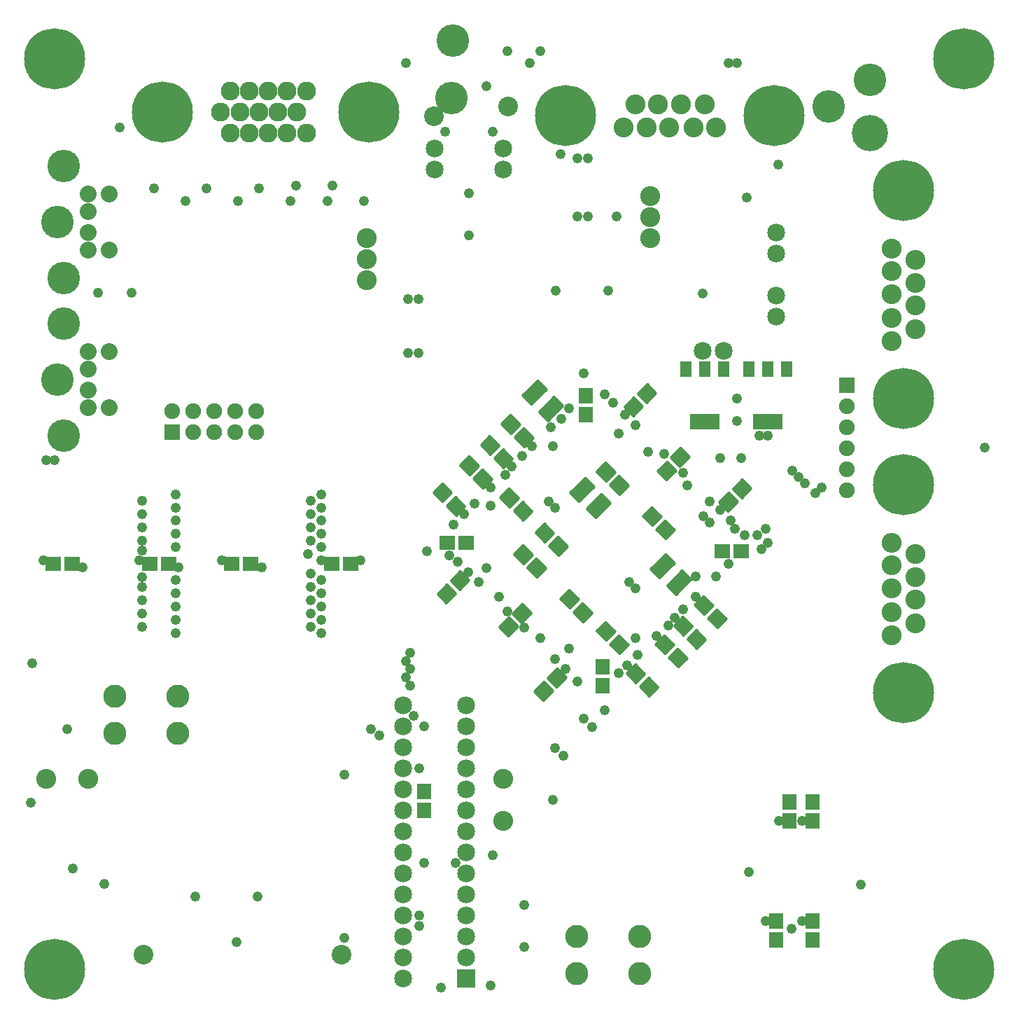
<source format=gbs>
G04*
G04  File:            MINIMI11.BMK, Mon Aug 27 20:50:39 2007*
G04  Source:          ACCEL P-CAD PCB, Version 14.00.46, (Minimi11.PCB)*
G04  Format:          Gerber Format (RS-274-D), ASCII*
G04*
G04  Format Options:  Absolute Positioning*
G04                   Leading-Zero Suppression*
G04                   Scale Factor 1:1*
G04                   NO Circular Interpolation*
G04                   Inch Units*
G04                   Numeric Format: 4.4 (XXXX.XXXX)*
G04                   G54 Used for Aperture Change*
G04                   Apertures Embedded*
G04*
G04  File Options:    Offset = (0.0mil,0.0mil)*
G04                   Drill Symbol Size = 79.9mil*
G04                   No Pad/Via Holes*
G04*
G04  File Contents:   Pads*
G04                   Vias*
G04                   No Designators*
G04                   No Types*
G04                   No Values*
G04                   No Drill Symbols*
G04                   Bot Mask*
G04*
G04  Aperture MACROs for general use --- invoked via D-code assignment *
G04*
G04  General MACRO for flashed round with rotation and/or offset hole *
%AMROTOFFROUND*
1,1,$1,0.0000,0.0000*
1,0,$2,$3,$4*%
G04*
G04  General MACRO for flashed oval (obround) with rotation and/or offset hole *
%AMROTOFFOVAL*
21,1,$1,$2,0.0000,0.0000,$3*
1,1,$4,$5,$6*
1,1,$4,0-$5,0-$6*
1,0,$7,$8,$9*%
G04*
G04  General MACRO for flashed oval (obround) with rotation and no hole *
%AMROTOVALNOHOLE*
21,1,$1,$2,0.0000,0.0000,$3*
1,1,$4,$5,$6*
1,1,$4,0-$5,0-$6*%
G04*
G04  General MACRO for flashed rectangle with rotation and/or offset hole *
%AMROTOFFRECT*
21,1,$1,$2,0.0000,0.0000,$3*
1,0,$4,$5,$6*%
G04*
G04  General MACRO for flashed rectangle with rotation and no hole *
%AMROTRECTNOHOLE*
21,1,$1,$2,0.0000,0.0000,$3*%
G04*
G04  General MACRO for flashed rounded-rectangle *
%AMROUNDRECT*
21,1,$1,$2-$4,0.0000,0.0000,$3*
21,1,$1-$4,$2,0.0000,0.0000,$3*
1,1,$4,$5,$6*
1,1,$4,$7,$8*
1,1,$4,0-$5,0-$6*
1,1,$4,0-$7,0-$8*
1,0,$9,$10,$11*%
G04*
G04  General MACRO for flashed rounded-rectangle with rotation and no hole *
%AMROUNDRECTNOHOLE*
21,1,$1,$2-$4,0.0000,0.0000,$3*
21,1,$1-$4,$2,0.0000,0.0000,$3*
1,1,$4,$5,$6*
1,1,$4,$7,$8*
1,1,$4,0-$5,0-$6*
1,1,$4,0-$7,0-$8*%
G04*
G04  General MACRO for flashed regular polygon *
%AMREGPOLY*
5,1,$1,0.0000,0.0000,$2,$3+$4*
1,0,$5,$6,$7*%
G04*
G04  General MACRO for flashed regular polygon with no hole *
%AMREGPOLYNOHOLE*
5,1,$1,0.0000,0.0000,$2,$3+$4*%
G04*
G04  General MACRO for target *
%AMTARGET*
6,0,0,$1,$2,$3,4,$4,$5,$6*%
G04*
G04  General MACRO for mounting hole *
%AMMTHOLE*
1,1,$1,0,0*
1,0,$2,0,0*
$1=$1-$2*
$1=$1/2*
21,1,$2+$1,$3,0,0,$4*
21,1,$3,$2+$1,0,0,$4*%
G04*
G04*
G04  D10 : "Ellipse X0.25mm Y0.25mm H0.00mm 0.0deg (0.00mm,0.00mm) Draw"*
G04  Disc: OuterDia=0.0100*
%ADD10C, 0.0100*%
G04  D11 : "Ellipse X0.03mm Y0.03mm H0.00mm 0.0deg (0.00mm,0.00mm) Draw"*
G04  Disc: OuterDia=0.0010*
%ADD11C, 0.0010*%
G04  D12 : "Ellipse X0.35mm Y0.35mm H0.00mm 0.0deg (0.00mm,0.00mm) Draw"*
G04  Disc: OuterDia=0.0138*
%ADD12C, 0.0138*%
G04  D13 : "Ellipse X0.38mm Y0.38mm H0.00mm 0.0deg (0.00mm,0.00mm) Draw"*
G04  Disc: OuterDia=0.0150*
%ADD13C, 0.0150*%
G04  D14 : "Ellipse X0.40mm Y0.40mm H0.00mm 0.0deg (0.00mm,0.00mm) Draw"*
G04  Disc: OuterDia=0.0157*
%ADD14C, 0.0157*%
G04  D15 : "Ellipse X0.50mm Y0.50mm H0.00mm 0.0deg (0.00mm,0.00mm) Draw"*
G04  Disc: OuterDia=0.0197*
%ADD15C, 0.0197*%
G04  D16 : "Ellipse X0.51mm Y0.51mm H0.00mm 0.0deg (0.00mm,0.00mm) Draw"*
G04  Disc: OuterDia=0.0200*
%ADD16C, 0.0200*%
G04  D17 : "Ellipse X0.10mm Y0.10mm H0.00mm 0.0deg (0.00mm,0.00mm) Draw"*
G04  Disc: OuterDia=0.0039*
%ADD17C, 0.0039*%
G04  D18 : "Ellipse X0.80mm Y0.80mm H0.00mm 0.0deg (0.00mm,0.00mm) Draw"*
G04  Disc: OuterDia=0.0315*
%ADD18C, 0.0315*%
G04  D19 : "Ellipse X1.00mm Y1.00mm H0.00mm 0.0deg (0.00mm,0.00mm) Draw"*
G04  Disc: OuterDia=0.0394*
%ADD19C, 0.0394*%
G04  D20 : "Ellipse X0.15mm Y0.15mm H0.00mm 0.0deg (0.00mm,0.00mm) Draw"*
G04  Disc: OuterDia=0.0059*
%ADD20C, 0.0059*%
G04  D21 : "Ellipse X0.15mm Y0.15mm H0.00mm 0.0deg (0.00mm,0.00mm) Draw"*
G04  Disc: OuterDia=0.0060*
%ADD21C, 0.0060*%
G04  D22 : "Ellipse X0.20mm Y0.20mm H0.00mm 0.0deg (0.00mm,0.00mm) Draw"*
G04  Disc: OuterDia=0.0079*
%ADD22C, 0.0079*%
G04  D23 : "Ellipse X2.00mm Y2.00mm H0.00mm 0.0deg (0.00mm,0.00mm) Draw"*
G04  Disc: OuterDia=0.0787*
%ADD23C, 0.0787*%
G04  D24 : "Ellipse X0.25mm Y0.25mm H0.00mm 0.0deg (0.00mm,0.00mm) Draw"*
G04  Disc: OuterDia=0.0098*
%ADD24C, 0.0098*%
G04  D25 : "Ellipse X2.79mm Y2.79mm H0.00mm 0.0deg (0.00mm,0.00mm) Flash"*
G04  Disc: OuterDia=0.1100*
%ADD25C, 0.1100*%
G04  D26 : "Ellipse X3.55mm Y3.55mm H0.00mm 0.0deg (0.00mm,0.00mm) Flash"*
G04  Disc: OuterDia=0.1398*
%ADD26C, 0.1398*%
G04  D27 : "Ellipse X3.93mm Y3.93mm H0.00mm 0.0deg (0.00mm,0.00mm) Flash"*
G04  Disc: OuterDia=0.1548*
%ADD27C, 0.1548*%
G04  D28 : "Ellipse X4.00mm Y4.00mm H0.00mm 0.0deg (0.00mm,0.00mm) Flash"*
G04  Disc: OuterDia=0.1575*
%ADD28C, 0.1575*%
G04  D29 : "Ellipse X4.38mm Y4.38mm H0.00mm 0.0deg (0.00mm,0.00mm) Flash"*
G04  Disc: OuterDia=0.1725*
%ADD29C, 0.1725*%
G04  D30 : "Ellipse X7.00mm Y7.00mm H0.00mm 0.0deg (0.00mm,0.00mm) Flash"*
G04  Disc: OuterDia=0.2756*
%ADD30C, 0.2756*%
G04  D31 : "Ellipse X7.38mm Y7.38mm H0.00mm 0.0deg (0.00mm,0.00mm) Flash"*
G04  Disc: OuterDia=0.2906*
%ADD31C, 0.2906*%
G04  D32 : "Ellipse X1.52mm Y1.52mm H0.00mm 0.0deg (0.00mm,0.00mm) Flash"*
G04  Disc: OuterDia=0.0600*
%ADD32C, 0.0600*%
G04  D33 : "Ellipse X1.65mm Y1.65mm H0.00mm 0.0deg (0.00mm,0.00mm) Flash"*
G04  Disc: OuterDia=0.0650*
%ADD33C, 0.0650*%
G04  D34 : "Ellipse X1.78mm Y1.78mm H0.00mm 0.0deg (0.00mm,0.00mm) Flash"*
G04  Disc: OuterDia=0.0700*
%ADD34C, 0.0700*%
G04  D35 : "Ellipse X1.90mm Y1.90mm H0.00mm 0.0deg (0.00mm,0.00mm) Flash"*
G04  Disc: OuterDia=0.0748*
%ADD35C, 0.0748*%
G04  D36 : "Ellipse X1.91mm Y1.91mm H0.00mm 0.0deg (0.00mm,0.00mm) Flash"*
G04  Disc: OuterDia=0.0750*
%ADD36C, 0.0750*%
G04  D37 : "Ellipse X2.00mm Y2.00mm H0.00mm 0.0deg (0.00mm,0.00mm) Flash"*
G04  Disc: OuterDia=0.0787*
%ADD37C, 0.0787*%
G04  D38 : "Ellipse X2.03mm Y2.03mm H0.00mm 0.0deg (0.00mm,0.00mm) Flash"*
G04  Disc: OuterDia=0.0800*
%ADD38C, 0.0800*%
G04  D39 : "Ellipse X2.03mm Y2.03mm H0.00mm 0.0deg (0.00mm,0.00mm) Flash"*
G04  Disc: OuterDia=0.0800*
%ADD39C, 0.0800*%
G04  D40 : "Ellipse X2.16mm Y2.16mm H0.00mm 0.0deg (0.00mm,0.00mm) Flash"*
G04  Disc: OuterDia=0.0850*
%ADD40C, 0.0850*%
G04  D41 : "Ellipse X2.28mm Y2.28mm H0.00mm 0.0deg (0.00mm,0.00mm) Flash"*
G04  Disc: OuterDia=0.0898*
%ADD41C, 0.0898*%
G04  D42 : "Ellipse X2.38mm Y2.38mm H0.00mm 0.0deg (0.00mm,0.00mm) Flash"*
G04  Disc: OuterDia=0.0937*
%ADD42C, 0.0937*%
G04  D43 : "Ellipse X2.41mm Y2.41mm H0.00mm 0.0deg (0.00mm,0.00mm) Flash"*
G04  Disc: OuterDia=0.0950*
%ADD43C, 0.0950*%
G04  D44 : "Rounded Rectangle X3.50mm Y2.00mm H0.00mm 0.0deg (0.00mm,0.00mm) Flash"*
G04  RoundRct: DimX=0.1378, DimY=0.0787, CornerRad=0.0197, Rotation=0.0, OffsetX=0.0000, OffsetY=0.0000, HoleDia=0.0000 *
%ADD44ROUNDRECTNOHOLE, 0.1378 X0.0787 X0.0 X0.0394 X-0.0492 X-0.0197 X-0.0492 X0.0197*%
G04  D45 : "Rounded Rectangle X3.88mm Y2.38mm H0.00mm 0.0deg (0.00mm,0.00mm) Flash"*
G04  RoundRct: DimX=0.1528, DimY=0.0937, CornerRad=0.0234, Rotation=0.0, OffsetX=0.0000, OffsetY=0.0000, HoleDia=0.0000 *
%ADD45ROUNDRECTNOHOLE, 0.1528 X0.0937 X0.0 X0.0469 X-0.0530 X-0.0234 X-0.0530 X0.0234*%
G04  D46 : "Rectangle X3.28mm Y1.50mm H0.00mm 0.0deg (0.00mm,0.00mm) Flash"*
G04  Rectangular: DimX=0.1290, DimY=0.0590, Rotation=0.0, OffsetX=0.0000, OffsetY=0.0000, HoleDia=0.0000 *
%ADD46R, 0.1290 X0.0590*%
G04  D47 : "Rectangle X1.50mm Y3.28mm H0.00mm 0.0deg (0.00mm,0.00mm) Flash"*
G04  Rectangular: DimX=0.0590, DimY=0.1290, Rotation=0.0, OffsetX=0.0000, OffsetY=0.0000, HoleDia=0.0000 *
%ADD47R, 0.0590 X0.1290*%
G04  D48 : "Rectangle X3.66mm Y1.88mm H0.00mm 0.0deg (0.00mm,0.00mm) Flash"*
G04  Rectangular: DimX=0.1440, DimY=0.0740, Rotation=0.0, OffsetX=0.0000, OffsetY=0.0000, HoleDia=0.0000 *
%ADD48R, 0.1440 X0.0740*%
G04  D49 : "Rectangle X1.88mm Y3.66mm H0.00mm 0.0deg (0.00mm,0.00mm) Flash"*
G04  Rectangular: DimX=0.0740, DimY=0.1440, Rotation=0.0, OffsetX=0.0000, OffsetY=0.0000, HoleDia=0.0000 *
%ADD49R, 0.0740 X0.1440*%
G04  D50 : "Rectangle X3.81mm Y1.27mm H0.00mm 0.0deg (0.00mm,0.00mm) Flash"*
G04  Rectangular: DimX=0.1500, DimY=0.0500, Rotation=0.0, OffsetX=0.0000, OffsetY=0.0000, HoleDia=0.0000 *
%ADD50R, 0.1500 X0.0500*%
G04  D51 : "Rectangle X1.27mm Y3.81mm H0.00mm 0.0deg (0.00mm,0.00mm) Flash"*
G04  Rectangular: DimX=0.0500, DimY=0.1500, Rotation=0.0, OffsetX=0.0000, OffsetY=0.0000, HoleDia=0.0000 *
%ADD51R, 0.0500 X0.1500*%
G04  D52 : "Rectangle X4.19mm Y1.65mm H0.00mm 0.0deg (0.00mm,0.00mm) Flash"*
G04  Rectangular: DimX=0.1650, DimY=0.0650, Rotation=0.0, OffsetX=0.0000, OffsetY=0.0000, HoleDia=0.0000 *
%ADD52R, 0.1650 X0.0650*%
G04  D53 : "Rectangle X1.65mm Y4.19mm H0.00mm 0.0deg (0.00mm,0.00mm) Flash"*
G04  Rectangular: DimX=0.0650, DimY=0.1650, Rotation=0.0, OffsetX=0.0000, OffsetY=0.0000, HoleDia=0.0000 *
%ADD53R, 0.0650 X0.1650*%
G04  D54 : "Rectangle X0.45mm Y3.00mm H0.00mm 0.0deg (0.00mm,0.00mm) Flash"*
G04  Rectangular: DimX=0.0177, DimY=0.1181, Rotation=0.0, OffsetX=0.0000, OffsetY=0.0000, HoleDia=0.0000 *
%ADD54R, 0.0177 X0.1181*%
G04  D55 : "Rectangle X3.00mm Y0.45mm H0.00mm 0.0deg (0.00mm,0.00mm) Flash"*
G04  Rectangular: DimX=0.1181, DimY=0.0177, Rotation=0.0, OffsetX=0.0000, OffsetY=0.0000, HoleDia=0.0000 *
%ADD55R, 0.1181 X0.0177*%
G04  D56 : "Rectangle X0.81mm Y0.81mm H0.00mm 0.0deg (0.00mm,0.00mm) Flash"*
G04  Square: Side=0.0320, Rotation=0.0, OffsetX=0.0000, OffsetY=0.0000, HoleDia=0.0000*
%ADD56R, 0.0320 X0.0320*%
G04  D57 : "Rectangle X0.83mm Y3.38mm H0.00mm 0.0deg (0.00mm,0.00mm) Flash"*
G04  Rectangular: DimX=0.0327, DimY=0.1331, Rotation=0.0, OffsetX=0.0000, OffsetY=0.0000, HoleDia=0.0000 *
%ADD57R, 0.0327 X0.1331*%
G04  D58 : "Rectangle X3.38mm Y0.83mm H0.00mm 0.0deg (0.00mm,0.00mm) Flash"*
G04  Rectangular: DimX=0.1331, DimY=0.0327, Rotation=0.0, OffsetX=0.0000, OffsetY=0.0000, HoleDia=0.0000 *
%ADD58R, 0.1331 X0.0327*%
G04  D59 : "Rectangle X0.99mm Y1.50mm H0.00mm 0.0deg (0.00mm,0.00mm) Flash"*
G04  Rectangular: DimX=0.0390, DimY=0.0590, Rotation=0.0, OffsetX=0.0000, OffsetY=0.0000, HoleDia=0.0000 *
%ADD59R, 0.0390 X0.0590*%
G04  D60 : "Rectangle X1.50mm Y0.99mm H0.00mm 0.0deg (0.00mm,0.00mm) Flash"*
G04  Rectangular: DimX=0.0590, DimY=0.0390, Rotation=0.0, OffsetX=0.0000, OffsetY=0.0000, HoleDia=0.0000 *
%ADD60R, 0.0590 X0.0390*%
G04  D61 : "Rectangle X1.19mm Y1.19mm H0.00mm 0.0deg (0.00mm,0.00mm) Flash"*
G04  Square: Side=0.0470, Rotation=0.0, OffsetX=0.0000, OffsetY=0.0000, HoleDia=0.0000*
%ADD61R, 0.0470 X0.0470*%
G04  D62 : "Rectangle X1.37mm Y1.88mm H0.00mm 0.0deg (0.00mm,0.00mm) Flash"*
G04  Rectangular: DimX=0.0540, DimY=0.0740, Rotation=0.0, OffsetX=0.0000, OffsetY=0.0000, HoleDia=0.0000 *
%ADD62R, 0.0540 X0.0740*%
G04  D63 : "Rectangle X1.88mm Y1.37mm H0.00mm 0.0deg (0.00mm,0.00mm) Flash"*
G04  Rectangular: DimX=0.0740, DimY=0.0540, Rotation=0.0, OffsetX=0.0000, OffsetY=0.0000, HoleDia=0.0000 *
%ADD63R, 0.0740 X0.0540*%
G04  D64 : "Rectangle X1.42mm Y2.44mm H0.00mm 0.0deg (0.00mm,0.00mm) Flash"*
G04  Rectangular: DimX=0.0560, DimY=0.0960, Rotation=0.0, OffsetX=0.0000, OffsetY=0.0000, HoleDia=0.0000 *
%ADD64R, 0.0560 X0.0960*%
G04  D65 : "Rectangle X1.52mm Y1.42mm H0.00mm 0.0deg (0.00mm,0.00mm) Flash"*
G04  Rectangular: DimX=0.0600, DimY=0.0560, Rotation=0.0, OffsetX=0.0000, OffsetY=0.0000, HoleDia=0.0000 *
%ADD65R, 0.0600 X0.0560*%
G04  D66 : "Rectangle X1.42mm Y1.52mm H0.00mm 0.0deg (0.00mm,0.00mm) Flash"*
G04  Rectangular: DimX=0.0560, DimY=0.0600, Rotation=0.0, OffsetX=0.0000, OffsetY=0.0000, HoleDia=0.0000 *
%ADD66R, 0.0560 X0.0600*%
G04  D67 : "Rectangle X1.52mm Y1.52mm H0.00mm 0.0deg (0.00mm,0.00mm) Flash"*
G04  Square: Side=0.0600, Rotation=0.0, OffsetX=0.0000, OffsetY=0.0000, HoleDia=0.0000*
%ADD67R, 0.0600 X0.0600*%
G04  D68 : "Rectangle X1.78mm Y1.78mm H0.00mm 0.0deg (0.00mm,0.00mm) Flash"*
G04  Square: Side=0.0700, Rotation=0.0, OffsetX=0.0000, OffsetY=0.0000, HoleDia=0.0000*
%ADD68R, 0.0700 X0.0700*%
G04  D69 : "Rectangle X1.80mm Y2.82mm H0.00mm 0.0deg (0.00mm,0.00mm) Flash"*
G04  Rectangular: DimX=0.0710, DimY=0.1110, Rotation=0.0, OffsetX=0.0000, OffsetY=0.0000, HoleDia=0.0000 *
%ADD69R, 0.0710 X0.1110*%
G04  D70 : "Rectangle X1.91mm Y1.80mm H0.00mm 0.0deg (0.00mm,0.00mm) Flash"*
G04  Rectangular: DimX=0.0750, DimY=0.0710, Rotation=0.0, OffsetX=0.0000, OffsetY=0.0000, HoleDia=0.0000 *
%ADD70R, 0.0750 X0.0710*%
G04  D71 : "Rectangle X1.80mm Y1.91mm H0.00mm 0.0deg (0.00mm,0.00mm) Flash"*
G04  Rectangular: DimX=0.0710, DimY=0.0750, Rotation=0.0, OffsetX=0.0000, OffsetY=0.0000, HoleDia=0.0000 *
%ADD71R, 0.0710 X0.0750*%
G04  D72 : "Rectangle X1.91mm Y1.91mm H0.00mm 0.0deg (0.00mm,0.00mm) Flash"*
G04  Square: Side=0.0750, Rotation=0.0, OffsetX=0.0000, OffsetY=0.0000, HoleDia=0.0000*
%ADD72R, 0.0750 X0.0750*%
G04  D73 : "Rectangle X2.00mm Y0.45mm H0.00mm 0.0deg (0.00mm,0.00mm) Flash"*
G04  Rectangular: DimX=0.0787, DimY=0.0177, Rotation=0.0, OffsetX=0.0000, OffsetY=0.0000, HoleDia=0.0000 *
%ADD73R, 0.0787 X0.0177*%
G04  D74 : "Rectangle X0.66mm Y2.03mm H0.00mm 0.0deg (0.00mm,0.00mm) Flash"*
G04  Rectangular: DimX=0.0260, DimY=0.0800, Rotation=0.0, OffsetX=0.0000, OffsetY=0.0000, HoleDia=0.0000 *
%ADD74R, 0.0260 X0.0800*%
G04  D75 : "Rectangle X2.16mm Y2.16mm H0.00mm 0.0deg (0.00mm,0.00mm) Flash"*
G04  Square: Side=0.0850, Rotation=0.0, OffsetX=0.0000, OffsetY=0.0000, HoleDia=0.0000*
%ADD75R, 0.0850 X0.0850*%
G04  D76 : "Rectangle X2.38mm Y0.83mm H0.00mm 0.0deg (0.00mm,0.00mm) Flash"*
G04  Rectangular: DimX=0.0937, DimY=0.0327, Rotation=0.0, OffsetX=0.0000, OffsetY=0.0000, HoleDia=0.0000 *
%ADD76R, 0.0937 X0.0327*%
G04  D77 : "Rectangle X1.04mm Y2.41mm H0.00mm 0.0deg (0.00mm,0.00mm) Flash"*
G04  Rectangular: DimX=0.0410, DimY=0.0950, Rotation=0.0, OffsetX=0.0000, OffsetY=0.0000, HoleDia=0.0000 *
%ADD77R, 0.0410 X0.0950*%
G04  D78 : "Ellipse X0.85mm Y0.85mm H0.00mm 0.0deg (0.00mm,0.00mm) Flash"*
G04  Disc: OuterDia=0.0335*
%ADD78C, 0.0335*%
G04  D79 : "Ellipse X1.23mm Y1.23mm H0.00mm 0.0deg (0.00mm,0.00mm) Flash"*
G04  Disc: OuterDia=0.0485*
%ADD79C, 0.0485*%
%ICAS*%
%FSLAX44Y44*%
%SFA1B1*%
%INMINIMI11.BMK*%
%OFA0.0000B0.0000*%
%MOIN*%
G70*
G90*
G01*
D2*
%LNBot Mask*%
G54D25*
X103243Y109437D3*
X106243D3*
X103243Y107687D3*
X106243D3*
G54D43*
X100000Y105500D3*
X102000D3*
G54D79*
X102750Y100500D3*
X101250Y101250D3*
X101000Y107875D3*
X99250Y104375D3*
X107086Y99901D3*
X110039D3*
G54D27*
X100818Y127169D3*
X100503Y124511D3*
X100818Y121854D3*
G54D39*
X102000Y123173D3*
Y124000D3*
Y125023D3*
Y125850D3*
X102984Y123173D3*
Y125850D3*
G54D72*
X106000Y122000D3*
G54D36*
Y123000D3*
X108000Y122000D3*
X109000D3*
X110000D3*
Y123000D3*
X109000D3*
X108000D3*
X107000D3*
Y122000D3*
G54D79*
X100000Y120669D3*
X99842Y115905D3*
X100393Y120669D3*
X99311Y111023D3*
X106299Y115590D3*
X108346Y115905D3*
X110236Y115590D3*
X101732D3*
X104409Y115905D3*
X106141Y114330D3*
X104566Y114645D3*
X106141Y114960D3*
X104566Y115118D3*
Y116377D3*
X106141Y116535D3*
X104566Y116850D3*
X106141Y117165D3*
Y119055D3*
X104566Y118740D3*
X106141Y118425D3*
X104566Y114015D3*
X106141Y113700D3*
X104566Y113385D3*
X106141Y113070D3*
X104566Y112755D3*
X106141Y112440D3*
X104566Y118110D3*
X106141Y117795D3*
X104566Y117480D3*
G54D70*
X108818Y115748D3*
X109718D3*
X105826D3*
X104926D3*
X100314D3*
X101214D3*
G54D79*
X114960Y115905D3*
X123129Y121358D3*
X122145Y120374D3*
X121161Y119389D3*
X119881Y118110D3*
X120078Y115354D3*
X121555Y114173D3*
X121161Y118503D3*
X120964Y115551D3*
X119192Y116141D3*
X120374Y118602D3*
X119389Y117618D3*
X119586Y115846D3*
X118110Y116338D3*
X122736Y112696D3*
X121948Y113484D3*
X120570Y114862D3*
X121850Y119980D3*
X122637Y120866D3*
X113070Y115905D3*
Y114330D3*
X112598Y114645D3*
X113070Y114960D3*
X112598Y115275D3*
X112440Y116220D3*
X113070Y116535D3*
X112598Y116850D3*
X113070Y117165D3*
Y119055D3*
X112598Y118740D3*
X113070Y118425D3*
X112598Y114015D3*
X113070Y113700D3*
X112598Y113385D3*
X113070Y113070D3*
X112598Y112755D3*
X113070Y112440D3*
X112598Y118110D3*
X113070Y117795D3*
X112598Y117480D3*
X117322Y111515D3*
X117125Y111122D3*
G54D70*
X114488Y115748D3*
X113588D3*
G54D10*
X119452Y118107*
X119551D1*
X119403Y118157D2*
X119601D1*
X119354Y118206D2*
X119650D1*
X119304Y118256D2*
X119700D1*
X119255Y118305D2*
X119749D1*
X119205Y118355D2*
X119798D1*
X119156Y118404D2*
X119848D1*
X119106Y118453D2*
X119897D1*
X119057Y118503D2*
X119920D1*
X119077Y118552D2*
X119870D1*
X119126Y118602D2*
X119821D1*
X119176Y118651D2*
X119771D1*
X119225Y118701D2*
X119722D1*
X119275Y118750D2*
X119672D1*
X119324Y118799D2*
X119623D1*
X119374Y118849D2*
X119574D1*
X119423Y118898D2*
X119524D1*
X119472Y118948D2*
X119475D1*
X119502Y118058D2*
X119042Y118518D1*
X119474Y118949*
X119933Y118489*
X119502Y118058*
X118816Y118744D2*
X118915D1*
X118767Y118793D2*
X118964D1*
X118717Y118843D2*
X119014D1*
X118668Y118892D2*
X119063D1*
X118618Y118942D2*
X119113D1*
X118569Y118991D2*
X119162D1*
X118519Y119040D2*
X119211D1*
X118470Y119090D2*
X119261D1*
X118421Y119139D2*
X119283D1*
X118441Y119189D2*
X119234D1*
X118490Y119238D2*
X119184D1*
X118539Y119288D2*
X119135D1*
X118589Y119337D2*
X119085D1*
X118638Y119386D2*
X119036D1*
X118688Y119436D2*
X118987D1*
X118737Y119485D2*
X118937D1*
X118787Y119535D2*
X118888D1*
X118836Y119584D2*
X118838D1*
X118865Y118694D2*
X118406Y119154D1*
X118837Y119585*
X119297Y119126*
X118865Y118694*
X120732Y119387D2*
X120831D1*
X120682Y119436D2*
X120880D1*
X120633Y119486D2*
X120930D1*
X120584Y119535D2*
X120979D1*
X120534Y119585D2*
X121029D1*
X120485Y119634D2*
X121078D1*
X120435Y119684D2*
X121127D1*
X120386Y119733D2*
X121177D1*
X120336Y119782D2*
X121199D1*
X120356Y119832D2*
X121150D1*
X120406Y119881D2*
X121100D1*
X120455Y119931D2*
X121051D1*
X120505Y119980D2*
X121001D1*
X120554Y120030D2*
X120952D1*
X120604Y120079D2*
X120903D1*
X120653Y120128D2*
X120853D1*
X120702Y120178D2*
X120804D1*
X120752Y120227D2*
X120754D1*
X120781Y119337D2*
X120322Y119797D1*
X120753Y120228*
X121213Y119769*
X120781Y119337*
X120096Y120023D2*
X120194D1*
X120046Y120073D2*
X120244D1*
X119997Y120122D2*
X120293D1*
X119947Y120172D2*
X120343D1*
X119898Y120221D2*
X120392D1*
X119848Y120270D2*
X120442D1*
X119799Y120320D2*
X120491D1*
X119749Y120369D2*
X120540D1*
X119700Y120419D2*
X120563D1*
X119720Y120468D2*
X120513D1*
X119769Y120518D2*
X120464D1*
X119819Y120567D2*
X120414D1*
X119868Y120617D2*
X120365D1*
X119918Y120666D2*
X120316D1*
X119967Y120715D2*
X120266D1*
X120017Y120765D2*
X120217D1*
X120066Y120814D2*
X120167D1*
X120116Y120864D2*
X120118D1*
X120145Y119974D2*
X119685Y120434D1*
X120117Y120865*
X120576Y120405*
X120145Y119974*
X121716Y120371D2*
X121815D1*
X121667Y120421D2*
X121864D1*
X121617Y120470D2*
X121914D1*
X121568Y120519D2*
X121963D1*
X121518Y120569D2*
X122013D1*
X121469Y120618D2*
X122062D1*
X121420Y120668D2*
X122112D1*
X121370Y120717D2*
X122161D1*
X121321Y120767D2*
X122183D1*
X121341Y120816D2*
X122134D1*
X121390Y120866D2*
X122085D1*
X121440Y120915D2*
X122035D1*
X121489Y120964D2*
X121986D1*
X121538Y121014D2*
X121936D1*
X121588Y121063D2*
X121887D1*
X121637Y121113D2*
X121837D1*
X121687Y121162D2*
X121788D1*
X121736Y121212D2*
X121738D1*
X121766Y120322D2*
X121306Y120781D1*
X121737Y121213*
X122197Y120753*
X121766Y120322*
X121080Y121008D2*
X121179D1*
X121030Y121057D2*
X121228D1*
X120981Y121106D2*
X121278D1*
X120931Y121156D2*
X121327D1*
X120882Y121205D2*
X121376D1*
X120833Y121255D2*
X121426D1*
X120783Y121304D2*
X121475D1*
X120734Y121354D2*
X121525D1*
X120684Y121403D2*
X121547D1*
X120704Y121452D2*
X121498D1*
X120754Y121502D2*
X121448D1*
X120803Y121551D2*
X121399D1*
X120853Y121601D2*
X121349D1*
X120902Y121650D2*
X121300D1*
X120951Y121700D2*
X121250D1*
X121001Y121749D2*
X121201D1*
X121050Y121799D2*
X121152D1*
X121100Y121848D2*
X121102D1*
X121129Y120958D2*
X120670Y121418D1*
X121101Y121849*
X121561Y121389*
X121129Y120958*
X122700Y121355D2*
X122799D1*
X122651Y121405D2*
X122849D1*
X122602Y121454D2*
X122898D1*
X122552Y121504D2*
X122948D1*
X122503Y121553D2*
X122997D1*
X122453Y121603D2*
X123046D1*
X122404Y121652D2*
X123096D1*
X122354Y121701D2*
X123145D1*
X122305Y121751D2*
X123168D1*
X122325Y121800D2*
X123118D1*
X122374Y121850D2*
X123069D1*
X122424Y121899D2*
X123019D1*
X122473Y121949D2*
X122970D1*
X122523Y121998D2*
X122920D1*
X122572Y122047D2*
X122871D1*
X122622Y122097D2*
X122822D1*
X122671Y122146D2*
X122772D1*
X122720Y122196D2*
X122723D1*
X122750Y121306D2*
X122290Y121766D1*
X122722Y122197*
X123181Y121737*
X122750Y121306*
X122064Y121992D2*
X122163D1*
X122015Y122041D2*
X122212D1*
X121965Y122091D2*
X122262D1*
X121916Y122140D2*
X122311D1*
X121866Y122190D2*
X122361D1*
X121817Y122239D2*
X122410D1*
X121767Y122288D2*
X122459D1*
X121718Y122338D2*
X122509D1*
X121669Y122387D2*
X122531D1*
X121689Y122437D2*
X122482D1*
X121738Y122486D2*
X122432D1*
X121787Y122536D2*
X122383D1*
X121837Y122585D2*
X122334D1*
X121886Y122634D2*
X122284D1*
X121936Y122684D2*
X122235D1*
X121985Y122733D2*
X122185D1*
X122035Y122783D2*
X122136D1*
X122084Y122832D2*
X122086D1*
X122113Y121942D2*
X121654Y122402D1*
X122085Y122833*
X122545Y122374*
X122113Y121942*
X123046Y123384D2*
X123146D1*
X122996Y123434D2*
X123196D1*
X122947Y123484D2*
X123245D1*
X122897Y123534D2*
X123295D1*
X122847Y123583D2*
X123345D1*
X122797Y123633D2*
X123395D1*
X122748Y123683D2*
X123444D1*
X122698Y123733D2*
X123494D1*
X122681Y123783D2*
X123544D1*
X122731Y123832D2*
X123594D1*
X122781Y123882D2*
X123644D1*
X122831Y123932D2*
X123693D1*
X122881Y123982D2*
X123743D1*
X122930Y124031D2*
X123793D1*
X122980Y124081D2*
X123778D1*
X123030Y124131D2*
X123728D1*
X123080Y124181D2*
X123678D1*
X123129Y124231D2*
X123628D1*
X123179Y124280D2*
X123578D1*
X123229Y124330D2*
X123529D1*
X123279Y124380D2*
X123479D1*
X123329Y124430D2*
X123429D1*
X123378Y124480D2*
X123379D1*
X123096Y123334D2*
X122665Y123766D1*
X123379Y124480*
X123810Y124049*
X123096Y123334*
X123824Y122606D2*
X123924D1*
X123774Y122656D2*
X123973D1*
X123724Y122706D2*
X124023D1*
X123675Y122756D2*
X124073D1*
X123625Y122806D2*
X124123D1*
X123575Y122855D2*
X124173D1*
X123525Y122905D2*
X124222D1*
X123476Y122955D2*
X124272D1*
X123459Y123005D2*
X124322D1*
X123509Y123055D2*
X124372D1*
X123559Y123104D2*
X124421D1*
X123609Y123154D2*
X124471D1*
X123658Y123204D2*
X124521D1*
X123708Y123254D2*
X124571D1*
X123758Y123303D2*
X124555D1*
X123808Y123353D2*
X124506D1*
X123857Y123403D2*
X124456D1*
X123907Y123453D2*
X124406D1*
X123957Y123503D2*
X124356D1*
X124007Y123552D2*
X124307D1*
X124057Y123602D2*
X124257D1*
X124106Y123652D2*
X124207D1*
X124156Y123702D2*
X124157D1*
X123874Y122557D2*
X123442Y122988D1*
X124157Y123702*
X124588Y123271*
X123874Y122557*
D2*
G54D70*
X119980Y116732D3*
X119080D3*
G54D10*
X122574Y112989*
X122673D1*
X122524Y113039D2*
X122722D1*
X122475Y113088D2*
X122771D1*
X122425Y113138D2*
X122821D1*
X122376Y113187D2*
X122870D1*
X122327Y113236D2*
X122920D1*
X122277Y113286D2*
X122969D1*
X122228Y113335D2*
X123019D1*
X122205Y113385D2*
X123068D1*
X122255Y113434D2*
X123048D1*
X122304Y113484D2*
X122999D1*
X122354Y113533D2*
X122949D1*
X122403Y113582D2*
X122900D1*
X122453Y113632D2*
X122850D1*
X122502Y113681D2*
X122801D1*
X122551Y113731D2*
X122751D1*
X122601Y113780D2*
X122702D1*
X122650Y113830D2*
X122653D1*
X123083Y113399D2*
X122623Y112940D1*
X122192Y113371*
X122651Y113831*
X123083Y113399*
X121937Y112353D2*
X122036D1*
X121888Y112402D2*
X122086D1*
X121838Y112452D2*
X122135D1*
X121789Y112501D2*
X122184D1*
X121740Y112551D2*
X122234D1*
X121690Y112600D2*
X122283D1*
X121641Y112649D2*
X122333D1*
X121591Y112699D2*
X122382D1*
X121569Y112748D2*
X122432D1*
X121618Y112798D2*
X122412D1*
X121668Y112847D2*
X122362D1*
X121717Y112897D2*
X122313D1*
X121767Y112946D2*
X122263D1*
X121816Y112996D2*
X122214D1*
X121866Y113045D2*
X122164D1*
X121915Y113094D2*
X122115D1*
X121964Y113144D2*
X122066D1*
X122014Y113193D2*
X122016D1*
X122446Y112763D2*
X121987Y112303D1*
X121555Y112735*
X122015Y113194*
X122446Y112763*
X119621Y114564D2*
X119720D1*
X119572Y114614D2*
X119769D1*
X119522Y114663D2*
X119819D1*
X119473Y114712D2*
X119868D1*
X119423Y114762D2*
X119918D1*
X119374Y114811D2*
X119967D1*
X119324Y114861D2*
X120016D1*
X119275Y114910D2*
X120066D1*
X119253Y114960D2*
X120115D1*
X119302Y115009D2*
X120095D1*
X119351Y115058D2*
X120046D1*
X119401Y115108D2*
X119996D1*
X119450Y115157D2*
X119947D1*
X119500Y115207D2*
X119898D1*
X119549Y115256D2*
X119848D1*
X119599Y115306D2*
X119799D1*
X119648Y115355D2*
X119749D1*
X119698Y115404D2*
X119700D1*
X120130Y114974D2*
X119670Y114515D1*
X119239Y114946*
X119699Y115406*
X120130Y114974*
X118985Y113928D2*
X119083D1*
X118935Y113977D2*
X119133D1*
X118886Y114027D2*
X119182D1*
X118836Y114076D2*
X119232D1*
X118787Y114125D2*
X119281D1*
X118737Y114175D2*
X119331D1*
X118688Y114224D2*
X119380D1*
X118639Y114274D2*
X119429D1*
X118616Y114323D2*
X119479D1*
X118666Y114373D2*
X119459D1*
X118715Y114422D2*
X119409D1*
X118765Y114471D2*
X119360D1*
X118814Y114521D2*
X119311D1*
X118863Y114570D2*
X119261D1*
X118913Y114620D2*
X119212D1*
X118962Y114669D2*
X119162D1*
X119012Y114719D2*
X119113D1*
X119061Y114768D2*
X119063D1*
X119494Y114338D2*
X119034Y113878D1*
X118603Y114310*
X119062Y114769*
X119494Y114338*
X122011Y118501D2*
X122110D1*
X121962Y118551D2*
X122160D1*
X121913Y118600D2*
X122209D1*
X121863Y118649D2*
X122259D1*
X121814Y118699D2*
X122308D1*
X121764Y118748D2*
X122357D1*
X121715Y118798D2*
X122407D1*
X121665Y118847D2*
X122456D1*
X121616Y118897D2*
X122479D1*
X121636Y118946D2*
X122429D1*
X121685Y118995D2*
X122380D1*
X121735Y119045D2*
X122330D1*
X121784Y119094D2*
X122281D1*
X121834Y119144D2*
X122231D1*
X121883Y119193D2*
X122182D1*
X121933Y119243D2*
X122133D1*
X121982Y119292D2*
X122083D1*
X122031Y119341D2*
X122034D1*
X122033Y119343D2*
X122492Y118883D1*
X122061Y118452*
X121601Y118911*
X122033Y119343*
X122648Y117865D2*
X122747D1*
X122598Y117914D2*
X122796D1*
X122549Y117964D2*
X122846D1*
X122500Y118013D2*
X122895D1*
X122450Y118062D2*
X122944D1*
X122401Y118112D2*
X122994D1*
X122351Y118161D2*
X123043D1*
X122302Y118211D2*
X123093D1*
X122252Y118260D2*
X123115D1*
X122272Y118310D2*
X123066D1*
X122322Y118359D2*
X123016D1*
X122371Y118408D2*
X122967D1*
X122421Y118458D2*
X122917D1*
X122470Y118507D2*
X122868D1*
X122520Y118557D2*
X122818D1*
X122569Y118606D2*
X122769D1*
X122618Y118656D2*
X122720D1*
X122668Y118705D2*
X122670D1*
X122669Y118706D2*
X123129Y118247D1*
X122697Y117815*
X122238Y118275*
X122669Y118706*
X123291Y115155D2*
X123390D1*
X123242Y115204D2*
X123439D1*
X123192Y115254D2*
X123489D1*
X123143Y115303D2*
X123538D1*
X123093Y115352D2*
X123588D1*
X123044Y115402D2*
X123637D1*
X122994Y115451D2*
X123686D1*
X122945Y115501D2*
X123736D1*
X122896Y115550D2*
X123758D1*
X122916Y115600D2*
X123709D1*
X122965Y115649D2*
X123659D1*
X123014Y115698D2*
X123610D1*
X123064Y115748D2*
X123560D1*
X123113Y115797D2*
X123511D1*
X123163Y115847D2*
X123462D1*
X123212Y115896D2*
X123412D1*
X123262Y115946D2*
X123363D1*
X123311Y115995D2*
X123313D1*
X123340Y115105D2*
X122881Y115565D1*
X123312Y115996*
X123772Y115537*
X123340Y115105*
X122655Y115791D2*
X122753D1*
X122605Y115840D2*
X122803D1*
X122556Y115890D2*
X122852D1*
X122506Y115939D2*
X122902D1*
X122457Y115989D2*
X122951D1*
X122407Y116038D2*
X123001D1*
X122358Y116088D2*
X123050D1*
X122309Y116137D2*
X123099D1*
X122259Y116187D2*
X123122D1*
X122279Y116236D2*
X123072D1*
X122329Y116285D2*
X123023D1*
X122378Y116335D2*
X122973D1*
X122427Y116384D2*
X122924D1*
X122477Y116434D2*
X122875D1*
X122526Y116483D2*
X122825D1*
X122576Y116533D2*
X122776D1*
X122625Y116582D2*
X122726D1*
X122675Y116631D2*
X122677D1*
X122704Y115742D2*
X122244Y116201D1*
X122676Y116633*
X123135Y116173*
X122704Y115742*
D2*
G54D43*
X121750Y105500D3*
Y103500D3*
G54D79*
X121259Y101870D3*
X114173Y105708D3*
X117500Y108500D3*
X117750Y106000D3*
X118000Y108000D3*
X117322Y110728D3*
X115846Y107578D3*
X118000Y101500D3*
X119500D3*
X117750Y99000D3*
X122750Y99500D3*
X117125Y110334D3*
X117322Y109940D3*
X115452Y107874D3*
G54D71*
X118000Y104000D3*
Y104900D3*
G54D10*
X124247Y109938*
X124346D1*
X124198Y109988D2*
X124395D1*
X124148Y110037D2*
X124445D1*
X124099Y110086D2*
X124494D1*
X124049Y110136D2*
X124544D1*
X124000Y110185D2*
X124593D1*
X123950Y110235D2*
X124642D1*
X123901Y110284D2*
X124692D1*
X123879Y110334D2*
X124741D1*
X123928Y110383D2*
X124721D1*
X123977Y110432D2*
X124672D1*
X124027Y110482D2*
X124622D1*
X124076Y110531D2*
X124573D1*
X124126Y110581D2*
X124524D1*
X124175Y110630D2*
X124474D1*
X124225Y110680D2*
X124425D1*
X124274Y110729D2*
X124375D1*
X124324Y110778D2*
X124326D1*
X124756Y110348D2*
X124296Y109889D1*
X123865Y110320*
X124325Y110780*
X124756Y110348*
X123611Y109302D2*
X123709D1*
X123561Y109351D2*
X123759D1*
X123512Y109401D2*
X123808D1*
X123462Y109450D2*
X123858D1*
X123413Y109499D2*
X123907D1*
X123363Y109549D2*
X123957D1*
X123314Y109598D2*
X124006D1*
X123265Y109648D2*
X124055D1*
X123242Y109697D2*
X124105D1*
X123292Y109747D2*
X124085D1*
X123341Y109796D2*
X124035D1*
X123391Y109845D2*
X123986D1*
X123440Y109895D2*
X123937D1*
X123489Y109944D2*
X123887D1*
X123539Y109994D2*
X123838D1*
X123588Y110043D2*
X123788D1*
X123638Y110093D2*
X123739D1*
X123687Y110142D2*
X123689D1*
X124120Y109712D2*
X123660Y109252D1*
X123229Y109684*
X123688Y110143*
X124120Y109712*
D2*
G54D31*
X100393Y139763D3*
G54D43*
X115250Y130250D3*
Y131250D3*
Y129250D3*
G54D40*
X118500Y134500D3*
Y135500D3*
X121750Y134500D3*
Y135500D3*
G54D27*
X119362Y140649D3*
X119283Y137893D3*
G54D42*
X122000Y137500D3*
X118456Y137027D3*
G54D43*
X127500Y136500D3*
X128582D3*
X129665D3*
X130809D3*
X131892D3*
X128043Y137622D3*
X129125D3*
X130208D3*
X131352D3*
G54D31*
X134650Y137062D3*
X124734Y137059D3*
G54D27*
X100818Y134669D3*
X100503Y132011D3*
X100818Y129354D3*
G54D39*
X102000Y130673D3*
Y131500D3*
Y132523D3*
Y133350D3*
X102984Y130673D3*
Y133350D3*
G54D31*
X115364Y137246D3*
X105521D3*
G54D41*
X111919D3*
X111013D3*
X110108D3*
X109202D3*
X108297D3*
X112372Y138238D3*
X111466D3*
X110561D3*
X109655D3*
X108750D3*
Y136250D3*
X109655D3*
X112372D3*
X110561D3*
X111466D3*
G54D79*
X123031Y139566D3*
X117125D3*
X115125Y133000D3*
X113375D3*
X111625D3*
X109125D3*
X106625D3*
X105125Y133625D3*
X113625Y133750D3*
X110125Y133625D3*
X107625D3*
X120125Y133375D3*
Y131375D3*
X120964Y138484D3*
X111875Y133750D3*
X103500Y136500D3*
X117224Y125787D3*
Y128346D3*
X104035Y128641D3*
X102460D3*
X117716Y125787D3*
Y128346D3*
X121948Y140157D3*
X121259Y136318D3*
X118996D3*
G54D31*
X143700Y139763D3*
G54D40*
X132250Y125875D3*
X131250D3*
G54D43*
X128750Y132250D3*
Y131250D3*
Y133250D3*
G54D40*
X134750Y131500D3*
Y130500D3*
Y127500D3*
Y128500D3*
G54D27*
X137250Y137500D3*
X139218Y138759D3*
G54D29*
Y136240D3*
G54D79*
X132874Y139566D3*
X132480D3*
X125590Y124803D3*
X126968Y123425D3*
X126574Y123818D3*
X134842Y134744D3*
X131250Y128625D3*
X133366Y133169D3*
X124500Y135250D3*
X126750Y128750D3*
X124250D3*
X132874Y123622D3*
X125295Y132283D3*
Y135039D3*
X125787Y132283D3*
Y135039D3*
X127165Y132283D3*
X123523Y140157D3*
G54D10*
X128015Y110135*
X128114D1*
X127966Y110184D2*
X128164D1*
X127917Y110234D2*
X128213D1*
X127867Y110283D2*
X128263D1*
X127818Y110333D2*
X128312D1*
X127768Y110382D2*
X128361D1*
X127719Y110432D2*
X128411D1*
X127669Y110481D2*
X128460D1*
X127620Y110530D2*
X128483D1*
X127640Y110580D2*
X128433D1*
X127689Y110629D2*
X128384D1*
X127739Y110679D2*
X128334D1*
X127788Y110728D2*
X128285D1*
X127838Y110778D2*
X128235D1*
X127887Y110827D2*
X128186D1*
X127937Y110876D2*
X128137D1*
X127986Y110926D2*
X128087D1*
X128035Y110975D2*
X128038D1*
X128037Y110976D2*
X128496Y110517D1*
X128065Y110086*
X127605Y110545*
X128037Y110976*
X128652Y109499D2*
X128751D1*
X128602Y109548D2*
X128800D1*
X128553Y109597D2*
X128850D1*
X128503Y109647D2*
X128899D1*
X128454Y109696D2*
X128948D1*
X128405Y109746D2*
X128998D1*
X128355Y109795D2*
X129047D1*
X128306Y109845D2*
X129097D1*
X128256Y109894D2*
X129119D1*
X128276Y109943D2*
X129070D1*
X128326Y109993D2*
X129020D1*
X128375Y110042D2*
X128971D1*
X128425Y110092D2*
X128921D1*
X128474Y110141D2*
X128872D1*
X128523Y110191D2*
X128822D1*
X128573Y110240D2*
X128773D1*
X128622Y110289D2*
X128724D1*
X128672Y110339D2*
X128674D1*
X128673Y110340D2*
X129133Y109880D1*
X128701Y109449*
X128242Y109909*
X128673Y110340*
X129393Y111513D2*
X129492D1*
X129344Y111562D2*
X129542D1*
X129294Y111612D2*
X129591D1*
X129245Y111661D2*
X129641D1*
X129196Y111711D2*
X129690D1*
X129146Y111760D2*
X129739D1*
X129097Y111810D2*
X129789D1*
X129047Y111859D2*
X129838D1*
X128998Y111908D2*
X129861D1*
X129018Y111958D2*
X129811D1*
X129067Y112007D2*
X129762D1*
X129117Y112057D2*
X129712D1*
X129166Y112106D2*
X129663D1*
X129216Y112156D2*
X129613D1*
X129265Y112205D2*
X129564D1*
X129314Y112254D2*
X129515D1*
X129364Y112304D2*
X129465D1*
X129413Y112353D2*
X129416D1*
X129414Y112354D2*
X129874Y111895D1*
X129443Y111463*
X128983Y111923*
X129414Y112354*
X130030Y110877D2*
X130129D1*
X129980Y110926D2*
X130178D1*
X129931Y110975D2*
X130227D1*
X129881Y111025D2*
X130277D1*
X129832Y111074D2*
X130326D1*
X129783Y111124D2*
X130376D1*
X129733Y111173D2*
X130425D1*
X129684Y111223D2*
X130475D1*
X129634Y111272D2*
X130497D1*
X129654Y111321D2*
X130448D1*
X129704Y111371D2*
X130398D1*
X129753Y111420D2*
X130349D1*
X129803Y111470D2*
X130299D1*
X129852Y111519D2*
X130250D1*
X129901Y111569D2*
X130200D1*
X129951Y111618D2*
X130151D1*
X130000Y111667D2*
X130101D1*
X130050Y111717D2*
X130052D1*
X130051Y111718D2*
X130511Y111258D1*
X130079Y110827*
X129620Y111287*
X130051Y111718*
D2*
G54D71*
X135375Y103500D3*
Y104400D3*
G54D79*
X124212Y106988D3*
X125590Y108366D3*
X124606Y106594D3*
X125984Y107972D3*
X124125Y104500D3*
X133464Y101082D3*
X126574Y108759D3*
X127263Y110531D3*
X125295Y110137D3*
X134875Y103500D3*
X134250Y98750D3*
X124704Y110728D3*
X127657Y110925D3*
G54D71*
X126476Y110826D3*
Y109926D3*
G54D10*
X128803Y117615*
X128902D1*
X128753Y117665D2*
X128951D1*
X128704Y117714D2*
X129001D1*
X128654Y117764D2*
X129050D1*
X128605Y117813D2*
X129099D1*
X128556Y117862D2*
X129149D1*
X128506Y117912D2*
X129198D1*
X128457Y117961D2*
X129248D1*
X128407Y118011D2*
X129270D1*
X128427Y118060D2*
X129221D1*
X128477Y118110D2*
X129171D1*
X128526Y118159D2*
X129122D1*
X128576Y118208D2*
X129072D1*
X128625Y118258D2*
X129023D1*
X128674Y118307D2*
X128973D1*
X128724Y118357D2*
X128924D1*
X128773Y118406D2*
X128875D1*
X128823Y118456D2*
X128825D1*
X128824Y118457D2*
X129284Y117997D1*
X128852Y117566*
X128393Y118025*
X128824Y118457*
X129439Y116979D2*
X129538D1*
X129390Y117028D2*
X129587D1*
X129340Y117078D2*
X129637D1*
X129291Y117127D2*
X129686D1*
X129241Y117177D2*
X129736D1*
X129192Y117226D2*
X129785D1*
X129143Y117275D2*
X129835D1*
X129093Y117325D2*
X129884D1*
X129044Y117374D2*
X129906D1*
X129064Y117424D2*
X129857D1*
X129113Y117473D2*
X129808D1*
X129163Y117523D2*
X129758D1*
X129212Y117572D2*
X129709D1*
X129261Y117622D2*
X129659D1*
X129311Y117671D2*
X129610D1*
X129360Y117720D2*
X129560D1*
X129410Y117770D2*
X129511D1*
X129459Y117819D2*
X129461D1*
X129460Y117820D2*
X129920Y117361D1*
X129489Y116929*
X129029Y117389*
X129460Y117820*
X123685Y116828D2*
X123784D1*
X123635Y116877D2*
X123833D1*
X123586Y116927D2*
X123882D1*
X123536Y116976D2*
X123932D1*
X123487Y117026D2*
X123981D1*
X123438Y117075D2*
X124031D1*
X123388Y117124D2*
X124080D1*
X123339Y117174D2*
X124130D1*
X123289Y117223D2*
X124152D1*
X123309Y117273D2*
X124102D1*
X123359Y117322D2*
X124053D1*
X123408Y117372D2*
X124004D1*
X123458Y117421D2*
X123954D1*
X123507Y117470D2*
X123905D1*
X123556Y117520D2*
X123855D1*
X123606Y117569D2*
X123806D1*
X123655Y117619D2*
X123756D1*
X123705Y117668D2*
X123707D1*
X123706Y117669D2*
X124165Y117210D1*
X123734Y116778*
X123274Y117238*
X123706Y117669*
X124321Y116191D2*
X124420D1*
X124272Y116241D2*
X124469D1*
X124222Y116290D2*
X124519D1*
X124173Y116340D2*
X124568D1*
X124123Y116389D2*
X124618D1*
X124074Y116439D2*
X124667D1*
X124024Y116488D2*
X124717D1*
X123975Y116538D2*
X124766D1*
X123926Y116587D2*
X124788D1*
X123946Y116636D2*
X124739D1*
X123995Y116686D2*
X124689D1*
X124044Y116735D2*
X124640D1*
X124094Y116785D2*
X124591D1*
X124143Y116834D2*
X124541D1*
X124193Y116884D2*
X124492D1*
X124242Y116933D2*
X124442D1*
X124292Y116982D2*
X124393D1*
X124341Y117032D2*
X124343D1*
X124342Y117033D2*
X124802Y116573D1*
X124371Y116142*
X123911Y116602*
X124342Y117033*
X124866Y113678D2*
X124965D1*
X124816Y113728D2*
X125014D1*
X124767Y113777D2*
X125064D1*
X124717Y113827D2*
X125113D1*
X124668Y113876D2*
X125162D1*
X124619Y113925D2*
X125212D1*
X124569Y113975D2*
X125261D1*
X124520Y114024D2*
X125311D1*
X124470Y114074D2*
X125333D1*
X124490Y114123D2*
X125284D1*
X124540Y114173D2*
X125234D1*
X124589Y114222D2*
X125185D1*
X124639Y114271D2*
X125135D1*
X124688Y114321D2*
X125086D1*
X124737Y114370D2*
X125036D1*
X124787Y114420D2*
X124987D1*
X124836Y114469D2*
X124938D1*
X124886Y114519D2*
X124888D1*
X124887Y114520D2*
X125347Y114060D1*
X124915Y113629*
X124456Y114088*
X124887Y114520*
X125502Y113042D2*
X125601D1*
X125453Y113091D2*
X125650D1*
X125403Y113141D2*
X125700D1*
X125354Y113190D2*
X125749D1*
X125304Y113240D2*
X125799D1*
X125255Y113289D2*
X125848D1*
X125206Y113338D2*
X125898D1*
X125156Y113388D2*
X125947D1*
X125107Y113437D2*
X125969D1*
X125127Y113487D2*
X125920D1*
X125176Y113536D2*
X125871D1*
X125226Y113586D2*
X125821D1*
X125275Y113635D2*
X125772D1*
X125324Y113684D2*
X125722D1*
X125374Y113734D2*
X125673D1*
X125423Y113783D2*
X125623D1*
X125473Y113833D2*
X125574D1*
X125522Y113882D2*
X125524D1*
X125523Y113883D2*
X125983Y113424D1*
X125552Y112992*
X125092Y113452*
X125523Y113883*
X125310Y118758D2*
X125410D1*
X125260Y118808D2*
X125459D1*
X125210Y118858D2*
X125509D1*
X125161Y118908D2*
X125559D1*
X125111Y118957D2*
X125609D1*
X125061Y119007D2*
X125658D1*
X125011Y119057D2*
X125708D1*
X124962Y119107D2*
X125758D1*
X124945Y119157D2*
X125808D1*
X124995Y119206D2*
X125858D1*
X125045Y119256D2*
X125907D1*
X125095Y119306D2*
X125957D1*
X125144Y119356D2*
X126007D1*
X125194Y119405D2*
X126057D1*
X125244Y119455D2*
X126041D1*
X125294Y119505D2*
X125992D1*
X125343Y119555D2*
X125942D1*
X125393Y119605D2*
X125892D1*
X125443Y119654D2*
X125842D1*
X125493Y119704D2*
X125792D1*
X125543Y119754D2*
X125743D1*
X125592Y119804D2*
X125693D1*
X125642Y119854D2*
X125643D1*
X125360Y118709D2*
X124928Y119140D1*
X125643Y119854*
X126074Y119423*
X125360Y118709*
X126088Y117980D2*
X126187D1*
X126038Y118030D2*
X126237D1*
X125988Y118080D2*
X126287D1*
X125938Y118130D2*
X126337D1*
X125889Y118180D2*
X126387D1*
X125839Y118229D2*
X126436D1*
X125789Y118279D2*
X126486D1*
X125739Y118329D2*
X126536D1*
X125723Y118379D2*
X126586D1*
X125773Y118429D2*
X126635D1*
X125823Y118478D2*
X126685D1*
X125872Y118528D2*
X126735D1*
X125922Y118578D2*
X126785D1*
X125972Y118628D2*
X126835D1*
X126022Y118677D2*
X126819D1*
X126071Y118727D2*
X126769D1*
X126121Y118777D2*
X126720D1*
X126171Y118827D2*
X126670D1*
X126221Y118877D2*
X126620D1*
X126271Y118926D2*
X126570D1*
X126320Y118976D2*
X126521D1*
X126370Y119026D2*
X126471D1*
X126420Y119076D2*
X126421D1*
X126138Y117931D2*
X125706Y118362D1*
X126420Y119076*
X126852Y118645*
X126138Y117931*
X127228Y119092D2*
X127327D1*
X127179Y119141D2*
X127376D1*
X127129Y119191D2*
X127426D1*
X127080Y119240D2*
X127475D1*
X127030Y119289D2*
X127525D1*
X126981Y119339D2*
X127574D1*
X126931Y119388D2*
X127623D1*
X126882Y119438D2*
X127673D1*
X126833Y119487D2*
X127695D1*
X126853Y119537D2*
X127646D1*
X126902Y119586D2*
X127596D1*
X126951Y119635D2*
X127547D1*
X127001Y119685D2*
X127497D1*
X127050Y119734D2*
X127448D1*
X127100Y119784D2*
X127399D1*
X127149Y119833D2*
X127349D1*
X127199Y119883D2*
X127300D1*
X127248Y119932D2*
X127250D1*
X127277Y119042D2*
X126818Y119502D1*
X127249Y119933*
X127709Y119474*
X127277Y119042*
X126592Y119728D2*
X126690D1*
X126542Y119777D2*
X126740D1*
X126493Y119827D2*
X126789D1*
X126443Y119876D2*
X126839D1*
X126394Y119926D2*
X126888D1*
X126344Y119975D2*
X126938D1*
X126295Y120025D2*
X126987D1*
X126246Y120074D2*
X127036D1*
X126196Y120124D2*
X127059D1*
X126216Y120173D2*
X127009D1*
X126266Y120222D2*
X126960D1*
X126315Y120272D2*
X126910D1*
X126364Y120321D2*
X126861D1*
X126414Y120371D2*
X126812D1*
X126463Y120420D2*
X126762D1*
X126513Y120470D2*
X126713D1*
X126562Y120519D2*
X126663D1*
X126612Y120568D2*
X126614D1*
X126641Y119679D2*
X126181Y120138D1*
X126613Y120570*
X127072Y120110*
X126641Y119679*
X127228Y111513D2*
X127327D1*
X127179Y111562D2*
X127376D1*
X127129Y111612D2*
X127426D1*
X127080Y111661D2*
X127475D1*
X127030Y111711D2*
X127525D1*
X126981Y111760D2*
X127574D1*
X126931Y111810D2*
X127623D1*
X126882Y111859D2*
X127673D1*
X126833Y111908D2*
X127695D1*
X126853Y111958D2*
X127646D1*
X126902Y112007D2*
X127596D1*
X126951Y112057D2*
X127547D1*
X127001Y112106D2*
X127497D1*
X127050Y112156D2*
X127448D1*
X127100Y112205D2*
X127399D1*
X127149Y112254D2*
X127349D1*
X127199Y112304D2*
X127300D1*
X127248Y112353D2*
X127250D1*
X127277Y111463D2*
X126818Y111923D1*
X127249Y112354*
X127709Y111895*
X127277Y111463*
X126592Y112149D2*
X126690D1*
X126542Y112199D2*
X126740D1*
X126493Y112248D2*
X126789D1*
X126443Y112298D2*
X126839D1*
X126394Y112347D2*
X126888D1*
X126344Y112396D2*
X126938D1*
X126295Y112446D2*
X126987D1*
X126246Y112495D2*
X127036D1*
X126196Y112545D2*
X127059D1*
X126216Y112594D2*
X127009D1*
X126266Y112644D2*
X126960D1*
X126315Y112693D2*
X126910D1*
X126364Y112743D2*
X126861D1*
X126414Y112792D2*
X126812D1*
X126463Y112841D2*
X126762D1*
X126513Y112891D2*
X126713D1*
X126562Y112940D2*
X126663D1*
X126612Y112990D2*
X126614D1*
X126641Y112100D2*
X126181Y112559D1*
X126613Y112991*
X127072Y112531*
X126641Y112100*
X129149Y115117D2*
X129248D1*
X129099Y115166D2*
X129298D1*
X129049Y115216D2*
X129348D1*
X128999Y115266D2*
X129398D1*
X128949Y115316D2*
X129447D1*
X128900Y115365D2*
X129497D1*
X128850Y115415D2*
X129547D1*
X128800Y115465D2*
X129597D1*
X128784Y115515D2*
X129646D1*
X128834Y115565D2*
X129696D1*
X128883Y115614D2*
X129746D1*
X128933Y115664D2*
X129796D1*
X128983Y115714D2*
X129846D1*
X129033Y115764D2*
X129895D1*
X129082Y115814D2*
X129880D1*
X129132Y115863D2*
X129830D1*
X129182Y115913D2*
X129780D1*
X129232Y115963D2*
X129731D1*
X129282Y116013D2*
X129681D1*
X129331Y116062D2*
X129631D1*
X129381Y116112D2*
X129581D1*
X129431Y116162D2*
X129531D1*
X129481Y116212D2*
X129482D1*
X129198Y115067D2*
X128767Y115498D1*
X129481Y116212*
X129913Y115781*
X129198Y115067*
X129926Y114339D2*
X130026D1*
X129877Y114389D2*
X130076D1*
X129827Y114438D2*
X130126D1*
X129777Y114488D2*
X130175D1*
X129727Y114538D2*
X130225D1*
X129677Y114588D2*
X130275D1*
X129628Y114637D2*
X130325D1*
X129578Y114687D2*
X130374D1*
X129562Y114737D2*
X130424D1*
X129611Y114787D2*
X130474D1*
X129661Y114837D2*
X130524D1*
X129711Y114886D2*
X130574D1*
X129761Y114936D2*
X130623D1*
X129810Y114986D2*
X130673D1*
X129860Y115036D2*
X130658D1*
X129910Y115085D2*
X130608D1*
X129960Y115135D2*
X130558D1*
X130010Y115185D2*
X130508D1*
X130059Y115235D2*
X130459D1*
X130109Y115285D2*
X130409D1*
X130159Y115334D2*
X130359D1*
X130209Y115384D2*
X130309D1*
X130259Y115434D2*
X130260D1*
X129976Y114289D2*
X129545Y114720D1*
X130259Y115434*
X130690Y115003*
X129976Y114289*
D2*
G54D71*
X125688Y122834D3*
Y123734D3*
G54D10*
X132416Y118304*
X132515D1*
X132367Y118354D2*
X132565D1*
X132317Y118403D2*
X132614D1*
X132268Y118453D2*
X132663D1*
X132219Y118502D2*
X132713D1*
X132169Y118551D2*
X132762D1*
X132120Y118601D2*
X132812D1*
X132070Y118650D2*
X132861D1*
X132048Y118700D2*
X132911D1*
X132097Y118749D2*
X132891D1*
X132147Y118799D2*
X132841D1*
X132196Y118848D2*
X132792D1*
X132246Y118897D2*
X132742D1*
X132295Y118947D2*
X132693D1*
X132345Y118996D2*
X132643D1*
X132394Y119046D2*
X132594D1*
X132443Y119095D2*
X132545D1*
X132493Y119145D2*
X132495D1*
X132034Y118686D2*
X132494Y119146D1*
X132925Y118714*
X132466Y118255*
X132034Y118686*
X133053Y118941D2*
X133152D1*
X133003Y118990D2*
X133201D1*
X132954Y119040D2*
X133250D1*
X132904Y119089D2*
X133300D1*
X132855Y119138D2*
X133349D1*
X132805Y119188D2*
X133399D1*
X132756Y119237D2*
X133448D1*
X132707Y119287D2*
X133498D1*
X132684Y119336D2*
X133547D1*
X132734Y119386D2*
X133527D1*
X132783Y119435D2*
X133478D1*
X132833Y119484D2*
X133428D1*
X132882Y119534D2*
X133379D1*
X132931Y119583D2*
X133329D1*
X132981Y119633D2*
X133280D1*
X133030Y119682D2*
X133230D1*
X133080Y119732D2*
X133181D1*
X133129Y119781D2*
X133132D1*
X132671Y119323D2*
X133130Y119782D1*
X133562Y119351*
X133102Y118891*
X132671Y119323*
D2*
G54D70*
X132185Y116338D3*
X133085D3*
G54D48*
X134350Y122520D3*
G54D62*
Y125000D3*
X133450D3*
X135250D3*
G54D48*
X131350Y122520D3*
G54D62*
Y125000D3*
X130450D3*
X132250D3*
G54D10*
X129463Y119781*
X129562D1*
X129414Y119830D2*
X129612D1*
X129365Y119879D2*
X129661D1*
X129315Y119929D2*
X129711D1*
X129266Y119978D2*
X129760D1*
X129216Y120028D2*
X129810D1*
X129167Y120077D2*
X129859D1*
X129117Y120127D2*
X129908D1*
X129095Y120176D2*
X129958D1*
X129145Y120226D2*
X129938D1*
X129194Y120275D2*
X129888D1*
X129243Y120324D2*
X129839D1*
X129293Y120374D2*
X129790D1*
X129342Y120423D2*
X129740D1*
X129392Y120473D2*
X129691D1*
X129441Y120522D2*
X129641D1*
X129491Y120572D2*
X129592D1*
X129540Y120621D2*
X129542D1*
X129082Y120163D2*
X129541Y120622D1*
X129973Y120191*
X129513Y119731*
X129082Y120163*
X130100Y120417D2*
X130199D1*
X130050Y120466D2*
X130248D1*
X130001Y120516D2*
X130298D1*
X129952Y120565D2*
X130347D1*
X129902Y120615D2*
X130396D1*
X129853Y120664D2*
X130446D1*
X129803Y120714D2*
X130495D1*
X129754Y120763D2*
X130545D1*
X129732Y120812D2*
X130594D1*
X129781Y120862D2*
X130574D1*
X129830Y120911D2*
X130525D1*
X129880Y120961D2*
X130475D1*
X129929Y121010D2*
X130426D1*
X129979Y121060D2*
X130376D1*
X130028Y121109D2*
X130327D1*
X130078Y121159D2*
X130278D1*
X130127Y121208D2*
X130228D1*
X130176Y121257D2*
X130179D1*
X129718Y120799D2*
X130178Y121259D1*
X130609Y120827*
X130149Y120368*
X129718Y120799*
X127889Y122832D2*
X127988D1*
X127839Y122881D2*
X128037D1*
X127790Y122931D2*
X128086D1*
X127740Y122980D2*
X128136D1*
X127691Y123030D2*
X128185D1*
X127642Y123079D2*
X128235D1*
X127592Y123128D2*
X128284D1*
X127543Y123178D2*
X128334D1*
X127520Y123227D2*
X128383D1*
X127570Y123277D2*
X128363D1*
X127619Y123326D2*
X128314D1*
X127669Y123376D2*
X128264D1*
X127718Y123425D2*
X128215D1*
X127768Y123474D2*
X128165D1*
X127817Y123524D2*
X128116D1*
X127866Y123573D2*
X128066D1*
X127916Y123623D2*
X128017D1*
X127965Y123672D2*
X127968D1*
X127507Y123214D2*
X127966Y123673D1*
X128398Y123242*
X127938Y122782*
X127507Y123214*
X128525Y123468D2*
X128624D1*
X128476Y123518D2*
X128673D1*
X128426Y123567D2*
X128723D1*
X128377Y123617D2*
X128772D1*
X128327Y123666D2*
X128822D1*
X128278Y123715D2*
X128871D1*
X128228Y123765D2*
X128921D1*
X128179Y123814D2*
X128970D1*
X128157Y123864D2*
X129019D1*
X128206Y123913D2*
X128999D1*
X128256Y123963D2*
X128950D1*
X128305Y124012D2*
X128901D1*
X128354Y124061D2*
X128851D1*
X128404Y124111D2*
X128802D1*
X128453Y124160D2*
X128752D1*
X128503Y124210D2*
X128703D1*
X128552Y124259D2*
X128653D1*
X128602Y124309D2*
X128604D1*
X128143Y123850D2*
X128603Y124310D1*
X129034Y123878*
X128575Y123419*
X128143Y123850*
X130279Y112399D2*
X130378D1*
X130230Y112448D2*
X130427D1*
X130180Y112498D2*
X130477D1*
X130131Y112547D2*
X130526D1*
X130081Y112596D2*
X130576D1*
X130032Y112646D2*
X130625D1*
X129983Y112695D2*
X130675D1*
X129933Y112745D2*
X130724D1*
X129884Y112794D2*
X130746D1*
X129904Y112844D2*
X130697D1*
X129953Y112893D2*
X130648D1*
X130003Y112942D2*
X130598D1*
X130052Y112992D2*
X130549D1*
X130101Y113041D2*
X130499D1*
X130151Y113091D2*
X130450D1*
X130200Y113140D2*
X130400D1*
X130250Y113190D2*
X130351D1*
X130299Y113239D2*
X130301D1*
X130300Y113240D2*
X130760Y112781D1*
X130329Y112349*
X129869Y112809*
X130300Y113240*
X130916Y111762D2*
X131014D1*
X130866Y111812D2*
X131064D1*
X130817Y111861D2*
X131113D1*
X130767Y111911D2*
X131163D1*
X130718Y111960D2*
X131212D1*
X130668Y112010D2*
X131262D1*
X130619Y112059D2*
X131311D1*
X130570Y112108D2*
X131360D1*
X130520Y112158D2*
X131383D1*
X130540Y112207D2*
X131333D1*
X130590Y112257D2*
X131284D1*
X130639Y112306D2*
X131234D1*
X130688Y112356D2*
X131185D1*
X130738Y112405D2*
X131136D1*
X130787Y112454D2*
X131086D1*
X130837Y112504D2*
X131037D1*
X130886Y112553D2*
X130987D1*
X130936Y112603D2*
X130938D1*
X130937Y112604D2*
X131396Y112144D1*
X130965Y111713*
X130505Y112173*
X130937Y112604*
X131263Y113383D2*
X131362D1*
X131214Y113432D2*
X131412D1*
X131165Y113482D2*
X131461D1*
X131115Y113531D2*
X131511D1*
X131066Y113581D2*
X131560D1*
X131016Y113630D2*
X131609D1*
X130967Y113680D2*
X131659D1*
X130917Y113729D2*
X131708D1*
X130868Y113778D2*
X131731D1*
X130888Y113828D2*
X131681D1*
X130937Y113877D2*
X131632D1*
X130987Y113927D2*
X131582D1*
X131036Y113976D2*
X131533D1*
X131086Y114026D2*
X131483D1*
X131135Y114075D2*
X131434D1*
X131185Y114124D2*
X131385D1*
X131234Y114174D2*
X131335D1*
X131283Y114223D2*
X131286D1*
X131285Y114225D2*
X131744Y113765D1*
X131313Y113334*
X130853Y113793*
X131285Y114225*
X131900Y112747D2*
X131999D1*
X131850Y112796D2*
X132048D1*
X131801Y112845D2*
X132098D1*
X131752Y112895D2*
X132147D1*
X131702Y112944D2*
X132196D1*
X131653Y112994D2*
X132246D1*
X131603Y113043D2*
X132295D1*
X131554Y113093D2*
X132345D1*
X131504Y113142D2*
X132367D1*
X131524Y113191D2*
X132318D1*
X131574Y113241D2*
X132268D1*
X131623Y113290D2*
X132219D1*
X131673Y113340D2*
X132169D1*
X131722Y113389D2*
X132120D1*
X131772Y113439D2*
X132070D1*
X131821Y113488D2*
X132021D1*
X131870Y113538D2*
X131972D1*
X131920Y113587D2*
X131922D1*
X131921Y113588D2*
X132381Y113128D1*
X131949Y112697*
X131490Y113157*
X131921Y113588*
D2*
G54D79*
X133267Y117125D3*
X134251Y117421D3*
X135531Y120177D3*
X132775Y117421D3*
X133070Y120767D3*
X132086D3*
X132874Y122539D3*
X128149Y111417D3*
X124212Y111220D3*
X131594Y118700D3*
X133858Y117125D3*
X132578Y117814D3*
X130314Y120078D3*
X132480Y115748D3*
X131889Y115157D3*
X129625Y112795D3*
X130314Y113582D3*
X128051Y122342D3*
X129429Y120964D3*
X124015Y122244D3*
X124901Y123129D3*
X134350Y121850D3*
X133956D3*
X131299Y118011D3*
X124901Y111712D3*
X131594Y117716D3*
X130905Y115157D3*
X128051Y112204D3*
X127263Y121948D3*
X127755Y114862D3*
X128051Y114566D3*
X124114Y121358D3*
X124212Y118405D3*
X123917Y118700D3*
X130511Y119488D3*
X128641Y121062D3*
X123523Y112204D3*
X129035Y112303D3*
X129921Y113188D3*
X130905Y114173D3*
X132086Y118307D3*
X127559Y122834D3*
X124507Y122637D3*
X134055Y116437D3*
X134350Y116732D3*
G54D43*
X140250Y130750D3*
Y129667D3*
Y128584D3*
Y127440D3*
Y126357D3*
X141372Y130206D3*
Y129124D3*
Y128041D3*
Y126897D3*
G54D31*
X140812Y123600D3*
X140809Y133515D3*
G54D72*
X138125Y124250D3*
G54D36*
Y123250D3*
Y122250D3*
Y121250D3*
Y120250D3*
Y119250D3*
G54D79*
X136909Y119389D3*
X136614Y119094D3*
X144685Y121259D3*
X135826Y119881D3*
X136122Y119586D3*
G54D43*
X140250Y116750D3*
Y115667D3*
Y114584D3*
Y113440D3*
Y112357D3*
X141372Y116206D3*
Y115124D3*
Y114041D3*
Y112897D3*
G54D31*
X140812Y109600D3*
X140809Y119515D3*
G54D79*
X136000Y98750D3*
Y103500D3*
X138779Y100492D3*
G54D71*
X136500Y103500D3*
Y104400D3*
G54D31*
X100393Y96456D3*
X143700D3*
G54D40*
X120000Y97000D3*
Y98000D3*
Y99000D3*
Y100000D3*
Y101000D3*
Y107000D3*
Y108000D3*
Y109000D3*
Y106000D3*
Y102000D3*
Y103000D3*
Y104000D3*
Y105000D3*
G54D75*
Y96000D3*
G54D40*
X117000D3*
Y97000D3*
Y98000D3*
Y99000D3*
Y100000D3*
Y101000D3*
Y106000D3*
Y107000D3*
Y108000D3*
Y109000D3*
Y102000D3*
Y105000D3*
Y104000D3*
Y103000D3*
G54D42*
X104604Y97135D3*
X114053D3*
G54D25*
X125250Y98000D3*
X128250D3*
X125250Y96250D3*
X128250D3*
G54D79*
X121161Y95669D3*
X109055Y97736D3*
X135500Y98375D3*
X114199Y97933D3*
X117750Y98500D3*
X122750Y97500D3*
X118799Y95570D3*
G54D71*
X134750Y98750D3*
Y97850D3*
X136500Y98750D3*
Y97850D3*
D02M02*

</source>
